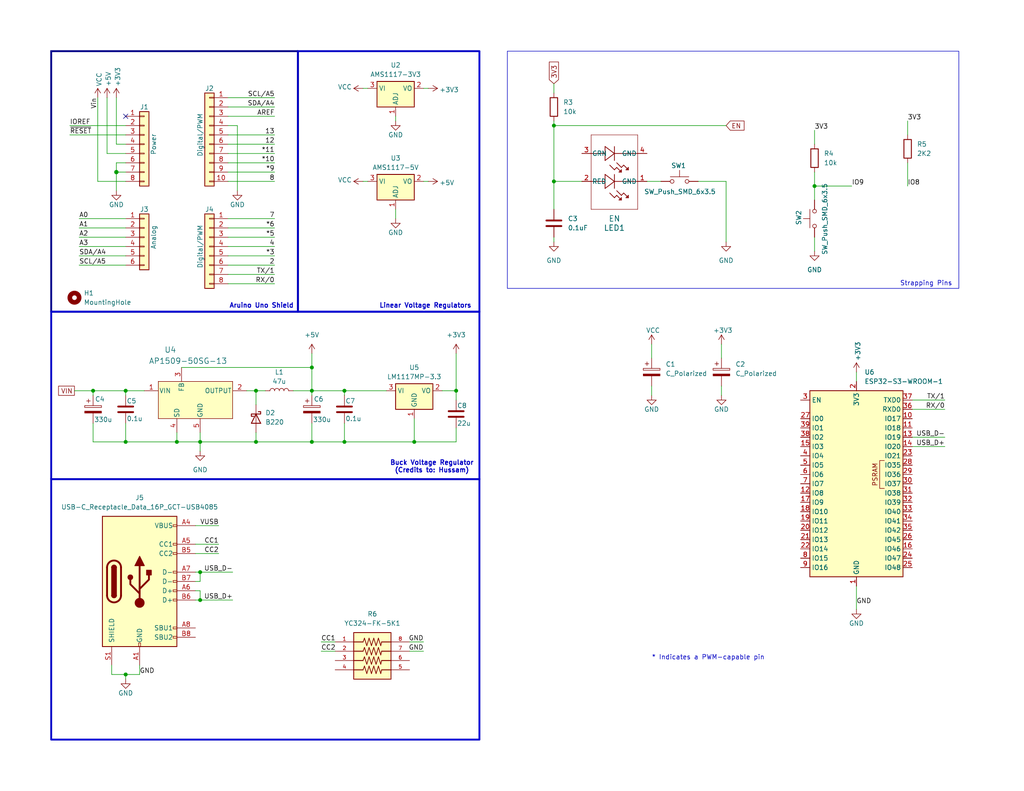
<source format=kicad_sch>
(kicad_sch (version 20231120) (generator "eeschema") (generator_version "8.0")
  (paper "USLetter")
  (title_block (title "ESP32-S2 Uno Board") (date "2024-10-06") (rev "1.0"))
  (lib_symbols
    (symbol "Alexander Symbol Library:USB-C_Receptacle_Data_16P_GCT-USB4085" (pin_names (offset 1.016))
      (property "Reference" "J" (at 0 22.225 0))
      (property "Value" "USB-C_Receptacle_Data_16P_GCT-USB4085" (at 0 19.685 0))
      (symbol "USB-C_Receptacle_Data_16P_GCT-USB4085_1_1"
        (pin power_in line (at 0 -22.86 90) (length 5.08) (name "GND") (number "A1"))
        (pin power_in line (at 0 -22.86 90) (length 5.08) hide (name "GND") (number "A12"))
        (pin power_out line (at 15.24 15.24 180) (length 5.08) (name "VBUS") (number "A4"))
        (pin bidirectional line (at 15.24 10.16 180) (length 5.08) (name "CC1") (number "A5"))
        (pin bidirectional line (at 15.24 -2.54 180) (length 5.08) (name "D+") (number "A6"))
        (pin bidirectional line (at 15.24 2.54 180) (length 5.08) (name "D-") (number "A7"))
        (pin bidirectional line (at 15.24 -12.7 180) (length 5.08) (name "SBU1") (number "A8"))
        (pin power_out line (at 15.24 15.24 180) (length 5.08) hide (name "VBUS") (number "A9"))
        (pin power_in line (at 0 -22.86 90) (length 5.08) hide (name "GND") (number "B1"))
        (pin power_in line (at 0 -22.86 90) (length 5.08) hide (name "GND") (number "B12"))
        (pin power_out line (at 15.24 15.24 180) (length 5.08) hide (name "VBUS") (number "B4"))
        (pin bidirectional line (at 15.24 7.62 180) (length 5.08) (name "CC2") (number "B5"))
        (pin bidirectional line (at 15.24 -5.08 180) (length 5.08) (name "D+") (number "B6"))
        (pin bidirectional line (at 15.24 0 180) (length 5.08) (name "D-") (number "B7"))
        (pin bidirectional line (at 15.24 -15.24 180) (length 5.08) (name "SBU2") (number "B8"))
        (pin passive line (at 15.24 15.24 180) (length 5.08) hide (name "VBUS") (number "B9"))
        (pin power_in line (at -7.62 -22.86 90) (length 5.08) (name "SHIELD") (number "S1"))
        (pin power_in line (at -7.62 -22.86 90) (length 5.08) hide (name "SHIELD") (number "S2"))
        (pin power_in line (at -7.62 -22.86 90) (length 5.08) hide (name "SHIELD") (number "S3"))
        (pin power_in line (at -7.62 -22.86 90) (length 5.08) hide (name "SHIELD") (number "S4"))
      )
    )
    (symbol "Alexander Symbols:AMS1117-3V3" (exclude_from_sim yes)
      (property "Reference" "U" (at 0 -0.254 0))
      (property "Value" "AMS1117-3V3" (at -0.508 1.778 0))
      (symbol "AMS1117-3V3_1_1"
        (pin power_out line (at 0 -11.43 90) (length 2.54) (name "ADJ") (number "1"))
        (pin power_out line (at 7.62 -3.81 180) (length 2.54) (name "VO") (number "2"))
        (pin power_in line (at -7.62 -3.81 0) (length 2.54) (name "VI") (number "3"))
      )
    )
    (symbol "Alexander Symbols:AMS1117-5V" (exclude_from_sim yes)
      (property "Reference" "U" (at 0 0 0))
      (property "Value" "AMS1117-5V" (at 0 2.032 0))
      (symbol "AMS1117-5V_1_1"
        (pin power_out line (at 0 -11.43 90) (length 2.54) (name "ADJ") (number "1"))
        (pin power_out line (at 7.62 -3.81 180) (length 2.54) (name "VO") (number "2"))
        (pin power_in line (at -7.62 -3.81 0) (length 2.54) (name "VI") (number "3"))
      )
    )
    (symbol "Alexander Symbols:ESP32-S3-WROOM-2-N32R8V" (pin_names (offset 1.016))
      (property "Reference" "U" (at -10.16 33.782 0))
      (property "Value" "ESP32-S3-WROOM-2-N32R8V" (at -10.16 -60.96 0))
      (symbol "ESP32-S3-WROOM-2-N32R8V_0_0"
        (pin power_in line (at 15.24 -30.48 180) (length 5.08) (name "GND") (number "1"))
        (pin bidirectional line (at 15.24 12.7 180) (length 5.08) (name "IO17") (number "10"))
        (pin bidirectional line (at 15.24 10.16 180) (length 5.08) (name "IO18") (number "11"))
        (pin bidirectional line (at -15.24 -5.08 0) (length 5.08) (name "IO8") (number "12"))
        (pin bidirectional line (at 15.24 7.62 180) (length 5.08) (name "IO19") (number "13"))
        (pin bidirectional line (at 15.24 5.08 180) (length 5.08) (name "IO20") (number "14"))
        (pin bidirectional line (at -15.24 7.62 0) (length 5.08) (name "IO3") (number "15"))
        (pin bidirectional line (at 15.24 -15.24 180) (length 5.08) (name "IO46") (number "16"))
        (pin bidirectional line (at -15.24 -7.62 0) (length 5.08) (name "IO9") (number "17"))
        (pin bidirectional line (at -15.24 -10.16 0) (length 5.08) (name "IO10") (number "18"))
        (pin bidirectional line (at -15.24 -12.7 0) (length 5.08) (name "IO11") (number "19"))
        (pin power_in line (at 15.24 30.48 180) (length 5.08) (name "3V3") (number "2"))
        (pin bidirectional line (at -15.24 -15.24 0) (length 5.08) (name "IO12") (number "20"))
        (pin bidirectional line (at -15.24 -17.78 0) (length 5.08) (name "IO13") (number "21"))
        (pin bidirectional line (at -15.24 -20.32 0) (length 5.08) (name "IO14") (number "22"))
        (pin bidirectional line (at 15.24 2.54 180) (length 5.08) (name "IO21") (number "23"))
        (pin bidirectional line (at 15.24 -17.78 180) (length 5.08) (name "IO47") (number "24"))
        (pin bidirectional line (at 15.24 -20.32 180) (length 5.08) (name "IO48") (number "25"))
        (pin bidirectional line (at 15.24 -12.7 180) (length 5.08) (name "IO45") (number "26"))
        (pin bidirectional line (at -15.24 15.24 0) (length 5.08) (name "IO0") (number "27"))
        (pin no_connect line (at -15.24 -27.94 0) (length 5.08) (name "NC") (number "28"))
        (pin no_connect line (at -15.24 -30.48 0) (length 5.08) (name "NC__1") (number "29"))
        (pin input line (at -15.24 27.94 0) (length 5.08) (name "EN") (number "3"))
        (pin no_connect line (at -15.24 -33.02 0) (length 5.08) (name "NC__2") (number "30"))
        (pin bidirectional line (at 15.24 0 180) (length 5.08) (name "IO38") (number "31"))
        (pin bidirectional line (at 15.24 -2.54 180) (length 5.08) (name "IO39") (number "32"))
        (pin bidirectional line (at 15.24 -5.08 180) (length 5.08) (name "IO40") (number "33"))
        (pin bidirectional line (at 15.24 -7.62 180) (length 5.08) (name "IO41") (number "34"))
        (pin bidirectional line (at 15.24 -10.16 180) (length 5.08) (name "IO42") (number "35"))
        (pin bidirectional line (at -15.24 22.86 0) (length 5.08) (name "RXD0") (number "36"))
        (pin bidirectional line (at -15.24 20.32 0) (length 5.08) (name "TXD0") (number "37"))
        (pin bidirectional line (at -15.24 10.16 0) (length 5.08) (name "IO2") (number "38"))
        (pin bidirectional line (at -15.24 12.7 0) (length 5.08) (name "IO1") (number "39"))
        (pin bidirectional line (at -15.24 5.08 0) (length 5.08) (name "IO4") (number "4"))
        (pin power_in line (at 15.24 -33.02 180) (length 5.08) (name "GND__1") (number "40"))
        (pin power_in line (at 15.24 -35.56 180) (length 5.08) (name "GND__2") (number "41_1"))
        (pin power_in line (at 15.24 -38.1 180) (length 5.08) (name "GND__3") (number "41_2"))
        (pin power_in line (at 15.24 -40.64 180) (length 5.08) (name "GND__4") (number "41_3"))
        (pin power_in line (at 15.24 -43.18 180) (length 5.08) (name "GND__5") (number "41_4"))
        (pin power_in line (at 15.24 -45.72 180) (length 5.08) (name "GND__6") (number "41_5"))
        (pin power_in line (at 15.24 -48.26 180) (length 5.08) (name "GND__7") (number "41_6"))
        (pin power_in line (at 15.24 -50.8 180) (length 5.08) (name "GND__8") (number "41_7"))
        (pin power_in line (at 15.24 -53.34 180) (length 5.08) (name "GND__9") (number "41_8"))
        (pin power_in line (at 15.24 -55.88 180) (length 5.08) (name "GND__10") (number "41_9"))
        (pin bidirectional line (at -15.24 2.54 0) (length 5.08) (name "IO5") (number "5"))
        (pin bidirectional line (at -15.24 0 0) (length 5.08) (name "IO6") (number "6"))
        (pin bidirectional line (at -15.24 -2.54 0) (length 5.08) (name "IO7") (number "7"))
        (pin bidirectional line (at -15.24 -22.86 0) (length 5.08) (name "IO15") (number "8"))
        (pin bidirectional line (at 15.24 15.24 180) (length 5.08) (name "IO16") (number "9"))
      )
    )
    (symbol "Alexander Symbols:YC324-FK-075K1L" (pin_names (offset 1.016))
      (property "Reference" "R" (at -5.08 8.128 0))
      (property "Value" "YC324-FK-075K1L" (at -5.08 -7.62 0))
      (symbol "YC324-FK-075K1L_0_0"
        (pin passive line (at -10.16 5.08 0) (length 5.08) (name "~") (number "1"))
        (pin passive line (at -10.16 2.54 0) (length 5.08) (name "~") (number "2"))
        (pin passive line (at -10.16 0 0) (length 5.08) (name "~") (number "3"))
        (pin passive line (at -10.16 -2.54 0) (length 5.08) (name "~") (number "4"))
        (pin passive line (at 10.16 -2.54 180) (length 5.08) (name "~") (number "5"))
        (pin passive line (at 10.16 0 180) (length 5.08) (name "~") (number "6"))
        (pin passive line (at 10.16 2.54 180) (length 5.08) (name "~") (number "7"))
        (pin passive line (at 10.16 5.08 180) (length 5.08) (name "~") (number "8"))
      )
    )
    (symbol "Alexander_Library_Symbols:LED-RED-GREEN-B1552USUG20D" (pin_names (offset 0.254))
      (property "Reference" "LED" (at 8.89 20.955 0))
      (property "Value" "LED-RED-GREEN-B1552USUG20D" (at 8.89 17.78 0))
      (symbol "LED-RED-GREEN-B1552USUG20D_0_1"
        (pin power_in line (at 17.78 0 180) (length 2.54) (name "GND") (number "1"))
        (pin power_out line (at 0 0 0) (length 2.54) (name "RED") (number "2"))
        (pin power_in line (at 0 -7.62 0) (length 2.54) (name "GRN") (number "3"))
        (pin power_out line (at 17.78 -7.62 180) (length 2.54) (name "GND") (number "4"))
      )
    )
    (symbol "Alexander_Library_Symbols:SW_Push_SMD_6x3.5" (pin_numbers hide) (pin_names (offset 1.016) hide)
      (property "Reference" "SW" (at 1.27 2.54 0))
      (property "Value" "SW_Push_SMD_6x3.5" (at 0 -1.524 0))
      (symbol "SW_Push_SMD_6x3.5_0_1"
        (pin passive line (at -5.08 0 0) (length 2.54) (name "1") (number "1"))
        (pin passive line (at 5.08 0 180) (length 2.54) (name "2") (number "2"))
      )
    )
    (symbol "Connector_Generic:Conn_01x06" (pin_names (offset 1.016) hide)
      (property "Reference" "J" (at 0 7.62 0))
      (property "Value" "Conn_01x06" (at 0 -10.16 0))
      (symbol "Conn_01x06_1_1"
        (pin passive line (at -5.08 5.08 0) (length 3.81) (name "Pin_1") (number "1"))
        (pin passive line (at -5.08 2.54 0) (length 3.81) (name "Pin_2") (number "2"))
        (pin passive line (at -5.08 0 0) (length 3.81) (name "Pin_3") (number "3"))
        (pin passive line (at -5.08 -2.54 0) (length 3.81) (name "Pin_4") (number "4"))
        (pin passive line (at -5.08 -5.08 0) (length 3.81) (name "Pin_5") (number "5"))
        (pin passive line (at -5.08 -7.62 0) (length 3.81) (name "Pin_6") (number "6"))
      )
    )
    (symbol "Connector_Generic:Conn_01x08" (pin_names (offset 1.016) hide)
      (property "Reference" "J" (at 0 10.16 0))
      (property "Value" "Conn_01x08" (at 0 -12.7 0))
      (symbol "Conn_01x08_1_1"
        (pin passive line (at -5.08 7.62 0) (length 3.81) (name "Pin_1") (number "1"))
        (pin passive line (at -5.08 5.08 0) (length 3.81) (name "Pin_2") (number "2"))
        (pin passive line (at -5.08 2.54 0) (length 3.81) (name "Pin_3") (number "3"))
        (pin passive line (at -5.08 0 0) (length 3.81) (name "Pin_4") (number "4"))
        (pin passive line (at -5.08 -2.54 0) (length 3.81) (name "Pin_5") (number "5"))
        (pin passive line (at -5.08 -5.08 0) (length 3.81) (name "Pin_6") (number "6"))
        (pin passive line (at -5.08 -7.62 0) (length 3.81) (name "Pin_7") (number "7"))
        (pin passive line (at -5.08 -10.16 0) (length 3.81) (name "Pin_8") (number "8"))
      )
    )
    (symbol "Connector_Generic:Conn_01x10" (pin_names (offset 1.016) hide)
      (property "Reference" "J" (at 0 12.7 0))
      (property "Value" "Conn_01x10" (at 0 -15.24 0))
      (symbol "Conn_01x10_1_1"
        (pin passive line (at -5.08 10.16 0) (length 3.81) (name "Pin_1") (number "1"))
        (pin passive line (at -5.08 -12.7 0) (length 3.81) (name "Pin_10") (number "10"))
        (pin passive line (at -5.08 7.62 0) (length 3.81) (name "Pin_2") (number "2"))
        (pin passive line (at -5.08 5.08 0) (length 3.81) (name "Pin_3") (number "3"))
        (pin passive line (at -5.08 2.54 0) (length 3.81) (name "Pin_4") (number "4"))
        (pin passive line (at -5.08 0 0) (length 3.81) (name "Pin_5") (number "5"))
        (pin passive line (at -5.08 -2.54 0) (length 3.81) (name "Pin_6") (number "6"))
        (pin passive line (at -5.08 -5.08 0) (length 3.81) (name "Pin_7") (number "7"))
        (pin passive line (at -5.08 -7.62 0) (length 3.81) (name "Pin_8") (number "8"))
        (pin passive line (at -5.08 -10.16 0) (length 3.81) (name "Pin_9") (number "9"))
      )
    )
    (symbol "Device:C" (pin_numbers hide) (pin_names (offset 0.254))
      (property "Reference" "C" (at 0.635 2.54 0))
      (property "Value" "C" (at 0.635 -2.54 0))
      (symbol "C_1_1"
        (pin passive line (at 0 3.81 270) (length 2.794) (name "~") (number "1"))
        (pin passive line (at 0 -3.81 90) (length 2.794) (name "~") (number "2"))
      )
    )
    (symbol "Device:C_Polarized" (pin_numbers hide) (pin_names (offset 0.254))
      (property "Reference" "C" (at 0.635 2.54 0))
      (property "Value" "C_Polarized" (at 0.635 -2.54 0))
      (symbol "C_Polarized_1_1"
        (pin passive line (at 0 3.81 270) (length 2.794) (name "~") (number "1"))
        (pin passive line (at 0 -3.81 90) (length 2.794) (name "~") (number "2"))
      )
    )
    (symbol "Device:L" (pin_numbers hide) (pin_names (offset 1.016) hide)
      (property "Reference" "L" (at -1.27 0 90))
      (property "Value" "L" (at 1.905 0 90))
      (symbol "L_1_1"
        (pin passive line (at 0 3.81 270) (length 1.27) (name "1") (number "1"))
        (pin passive line (at 0 -3.81 90) (length 1.27) (name "2") (number "2"))
      )
    )
    (symbol "Device:R" (pin_numbers hide) (pin_names (offset 0))
      (property "Reference" "R" (at 2.032 0 90))
      (property "Value" "R" (at 0 0 90))
      (symbol "R_1_1"
        (pin passive line (at 0 3.81 270) (length 1.27) (name "~") (number "1"))
        (pin passive line (at 0 -3.81 90) (length 1.27) (name "~") (number "2"))
      )
    )
    (symbol "Diode:B220" (pin_numbers hide) (pin_names (offset 1.016) hide)
      (property "Reference" "D" (at 0 2.54 0))
      (property "Value" "B220" (at 0 -2.54 0))
      (symbol "B220_1_1"
        (pin passive line (at -3.81 0 0) (length 2.54) (name "K") (number "1"))
        (pin passive line (at 3.81 0 180) (length 2.54) (name "A") (number "2"))
      )
    )
    (symbol "GND_1" (power) (pin_numbers hide) (pin_names (offset 0) hide)
      (property "Value" "GND" (at 0 -3.81 0))
      (symbol "GND_1_1_1"
        (pin power_in line (at 0 0 270) (length 0) (name "~") (number "1"))
      )
    )
    (symbol "Mechanical:MountingHole" (pin_names (offset 1.016))
      (property "Reference" "H" (at 0 5.08 0))
      (property "Value" "MountingHole" (at 0 3.175 0))
    )
    (symbol "RF_Module:ESP32-S2-WROVER-I"
      (property "Reference" "U" (at -12.7 29.21 0))
      (property "Value" "ESP32-S2-WROVER-I" (at 2.54 29.21 0))
      (symbol "ESP32-S2-WROVER-I_1_1"
        (pin power_in line (at 0 -27.94 90) (length 2.54) (name "GND") (number "1"))
        (pin bidirectional line (at -15.24 5.08 0) (length 2.54) (name "IO07") (number "10"))
        (pin bidirectional line (at -15.24 2.54 0) (length 2.54) (name "IO08") (number "11"))
        (pin bidirectional line (at -15.24 0 0) (length 2.54) (name "IO09") (number "12"))
        (pin bidirectional line (at -15.24 -2.54 0) (length 2.54) (name "IO10") (number "13"))
        (pin bidirectional line (at -15.24 -5.08 0) (length 2.54) (name "IO11") (number "14"))
        (pin bidirectional line (at -15.24 -7.62 0) (length 2.54) (name "IO12") (number "15"))
        (pin bidirectional line (at -15.24 -10.16 0) (length 2.54) (name "IO13") (number "16"))
        (pin bidirectional line (at -15.24 -12.7 0) (length 2.54) (name "IO14") (number "17"))
        (pin bidirectional line (at -15.24 -15.24 0) (length 2.54) (name "IO15") (number "18"))
        (pin bidirectional line (at -15.24 -17.78 0) (length 2.54) (name "IO16") (number "19"))
        (pin power_in line (at 0 30.48 270) (length 2.54) (name "3V3") (number "2"))
        (pin bidirectional line (at -15.24 -20.32 0) (length 2.54) (name "IO17") (number "20"))
        (pin bidirectional line (at -15.24 -22.86 0) (length 2.54) (name "IO18") (number "21"))
        (pin bidirectional line (at 15.24 -17.78 180) (length 2.54) (name "USB_D-") (number "22"))
        (pin bidirectional line (at 15.24 -15.24 180) (length 2.54) (name "USB_D+") (number "23"))
        (pin bidirectional line (at 15.24 -12.7 180) (length 2.54) (name "IO21") (number "24"))
        (pin bidirectional line (at 15.24 -10.16 180) (length 2.54) (name "IO26") (number "25"))
        (pin passive line (at 0 -27.94 90) (length 2.54) hide (name "GND") (number "26"))
        (pin bidirectional line (at 15.24 -7.62 180) (length 2.54) (name "IO33") (number "27"))
        (pin bidirectional line (at 15.24 -5.08 180) (length 2.54) (name "IO34") (number "28"))
        (pin bidirectional line (at 15.24 -2.54 180) (length 2.54) (name "IO35") (number "29"))
        (pin bidirectional line (at -15.24 22.86 0) (length 2.54) (name "IO00") (number "3"))
        (pin bidirectional line (at 15.24 0 180) (length 2.54) (name "IO36") (number "30"))
        (pin bidirectional line (at 15.24 2.54 180) (length 2.54) (name "IO37") (number "31"))
        (pin bidirectional line (at 15.24 5.08 180) (length 2.54) (name "IO38") (number "32"))
        (pin bidirectional line (at 15.24 7.62 180) (length 2.54) (name "IO39") (number "33"))
        (pin bidirectional line (at 15.24 10.16 180) (length 2.54) (name "IO40") (number "34"))
        (pin bidirectional line (at 15.24 12.7 180) (length 2.54) (name "IO41") (number "35"))
        (pin bidirectional line (at 15.24 15.24 180) (length 2.54) (name "IO42") (number "36"))
        (pin bidirectional line (at 15.24 17.78 180) (length 2.54) (name "TXD0") (number "37"))
        (pin bidirectional line (at 15.24 20.32 180) (length 2.54) (name "RXD0") (number "38"))
        (pin bidirectional line (at 15.24 22.86 180) (length 2.54) (name "IO45") (number "39"))
        (pin bidirectional line (at -15.24 20.32 0) (length 2.54) (name "IO01") (number "4"))
        (pin input line (at 15.24 25.4 180) (length 2.54) (name "IO46") (number "40"))
        (pin input line (at -15.24 25.4 0) (length 2.54) (name "EN") (number "41"))
        (pin passive line (at 0 -27.94 90) (length 2.54) hide (name "GND") (number "42"))
        (pin passive line (at 0 -27.94 90) (length 2.54) hide (name "GND") (number "43"))
        (pin bidirectional line (at -15.24 17.78 0) (length 2.54) (name "IO02") (number "5"))
        (pin bidirectional line (at -15.24 15.24 0) (length 2.54) (name "IO03") (number "6"))
        (pin bidirectional line (at -15.24 12.7 0) (length 2.54) (name "IO04") (number "7"))
        (pin bidirectional line (at -15.24 10.16 0) (length 2.54) (name "IO05") (number "8"))
        (pin bidirectional line (at -15.24 7.62 0) (length 2.54) (name "IO06") (number "9"))
      )
    )
    (symbol "RF_Module:ESP32-S3-WROOM-1"
      (property "Reference" "U" (at -12.7 26.67 0))
      (property "Value" "ESP32-S3-WROOM-1" (at 12.7 26.67 0))
      (symbol "ESP32-S3-WROOM-1_0_0"
        (text "PSRAM" (at 5.08 2.54 900) (effects (font (size 1.27 1.27))))
      )
      (symbol "ESP32-S3-WROOM-1_1_1"
        (pin power_in line (at 0 -27.94 90) (length 2.54) (name "GND") (number "1"))
        (pin bidirectional line (at 15.24 17.78 180) (length 2.54) (name "IO17") (number "10"))
        (pin bidirectional line (at 15.24 15.24 180) (length 2.54) (name "IO18") (number "11"))
        (pin bidirectional line (at -15.24 -2.54 0) (length 2.54) (name "IO8") (number "12"))
        (pin bidirectional line (at 15.24 12.7 180) (length 2.54) (name "IO19") (number "13"))
        (pin bidirectional line (at 15.24 10.16 180) (length 2.54) (name "IO20") (number "14"))
        (pin bidirectional line (at -15.24 10.16 0) (length 2.54) (name "IO3") (number "15"))
        (pin bidirectional line (at 15.24 -17.78 180) (length 2.54) (name "IO46") (number "16"))
        (pin bidirectional line (at -15.24 -5.08 0) (length 2.54) (name "IO9") (number "17"))
        (pin bidirectional line (at -15.24 -7.62 0) (length 2.54) (name "IO10") (number "18"))
        (pin bidirectional line (at -15.24 -10.16 0) (length 2.54) (name "IO11") (number "19"))
        (pin power_in line (at 0 27.94 270) (length 2.54) (name "3V3") (number "2"))
        (pin bidirectional line (at -15.24 -12.7 0) (length 2.54) (name "IO12") (number "20"))
        (pin bidirectional line (at -15.24 -15.24 0) (length 2.54) (name "IO13") (number "21"))
        (pin bidirectional line (at -15.24 -17.78 0) (length 2.54) (name "IO14") (number "22"))
        (pin bidirectional line (at 15.24 7.62 180) (length 2.54) (name "IO21") (number "23"))
        (pin bidirectional line (at 15.24 -20.32 180) (length 2.54) (name "IO47") (number "24"))
        (pin bidirectional line (at 15.24 -22.86 180) (length 2.54) (name "IO48") (number "25"))
        (pin bidirectional line (at 15.24 -15.24 180) (length 2.54) (name "IO45") (number "26"))
        (pin bidirectional line (at -15.24 17.78 0) (length 2.54) (name "IO0") (number "27"))
        (pin bidirectional line (at 15.24 5.08 180) (length 2.54) (name "IO35") (number "28"))
        (pin bidirectional line (at 15.24 2.54 180) (length 2.54) (name "IO36") (number "29"))
        (pin input line (at -15.24 22.86 0) (length 2.54) (name "EN") (number "3"))
        (pin bidirectional line (at 15.24 0 180) (length 2.54) (name "IO37") (number "30"))
        (pin bidirectional line (at 15.24 -2.54 180) (length 2.54) (name "IO38") (number "31"))
        (pin bidirectional line (at 15.24 -5.08 180) (length 2.54) (name "IO39") (number "32"))
        (pin bidirectional line (at 15.24 -7.62 180) (length 2.54) (name "IO40") (number "33"))
        (pin bidirectional line (at 15.24 -10.16 180) (length 2.54) (name "IO41") (number "34"))
        (pin bidirectional line (at 15.24 -12.7 180) (length 2.54) (name "IO42") (number "35"))
        (pin bidirectional line (at 15.24 20.32 180) (length 2.54) (name "RXD0") (number "36"))
        (pin bidirectional line (at 15.24 22.86 180) (length 2.54) (name "TXD0") (number "37"))
        (pin bidirectional line (at -15.24 12.7 0) (length 2.54) (name "IO2") (number "38"))
        (pin bidirectional line (at -15.24 15.24 0) (length 2.54) (name "IO1") (number "39"))
        (pin bidirectional line (at -15.24 7.62 0) (length 2.54) (name "IO4") (number "4"))
        (pin passive line (at 0 -27.94 90) (length 2.54) hide (name "GND") (number "40"))
        (pin passive line (at 0 -27.94 90) (length 2.54) hide (name "GND") (number "41"))
        (pin bidirectional line (at -15.24 5.08 0) (length 2.54) (name "IO5") (number "5"))
        (pin bidirectional line (at -15.24 2.54 0) (length 2.54) (name "IO6") (number "6"))
        (pin bidirectional line (at -15.24 0 0) (length 2.54) (name "IO7") (number "7"))
        (pin bidirectional line (at -15.24 -20.32 0) (length 2.54) (name "IO15") (number "8"))
        (pin bidirectional line (at -15.24 -22.86 0) (length 2.54) (name "IO16") (number "9"))
      )
    )
    (symbol "Regulator_Linear:LM1117MP-3.3"
      (property "Reference" "U" (at -3.81 3.175 0))
      (property "Value" "LM1117MP-3.3" (at 0 3.175 0))
      (symbol "LM1117MP-3.3_1_1"
        (pin power_in line (at 0 -7.62 90) (length 2.54) (name "GND") (number "1"))
        (pin power_out line (at 7.62 0 180) (length 2.54) (name "VO") (number "2"))
        (pin power_in line (at -7.62 0 0) (length 2.54) (name "VI") (number "3"))
      )
    )
    (symbol "digikey:AP1509-50SG-13" (pin_names (offset 0.254))
      (property "Reference" "U" (at 23.876 -12.954 0))
      (property "Value" "AP1509-50SG-13" (at 33.782 -10.16 0))
      (symbol "AP1509-50SG-13_1_1"
        (pin input line (at 3.81 0 0) (length 3.81) (name "VIN") (number "1"))
        (pin power_out line (at 31.75 0 180) (length 3.81) (name "OUTPUT") (number "2"))
        (pin input line (at 13.97 6.35 270) (length 3.81) (name "FB") (number "3"))
        (pin input line (at 12.7 -11.43 90) (length 3.81) (name "SD") (number "4"))
        (pin power_in line (at 19.05 -11.43 90) (length 3.81) (name "GND") (number "5"))
        (pin power_in line (at 19.05 -11.43 90) (length 3.81) hide (name "GND") (number "6"))
        (pin power_in line (at 19.05 -11.43 90) (length 3.81) hide (name "GND") (number "7"))
        (pin power_in line (at 19.05 -11.43 90) (length 3.81) hide (name "GND") (number "8"))
      )
    )
    (symbol "power:+3V3" (power) (pin_names (offset 0))
      (property "Value" "+3V3" (at 0 3.556 0))
      (symbol "+3V3_1_1"
        (pin power_in line (at 0 0 90) (length 0) hide (name "+3V3") (number "1"))
      )
    )
    (symbol "power:+5V" (power) (pin_names (offset 0))
      (property "Value" "+5V" (at 0 3.556 0))
      (symbol "+5V_1_1"
        (pin power_in line (at 0 0 90) (length 0) hide (name "+5V") (number "1"))
      )
    )
    (symbol "power:GND" (power) (pin_names (offset 0))
      (property "Value" "GND" (at 0 -3.81 0))
      (symbol "GND_1_1"
        (pin power_in line (at 0 0 270) (length 0) hide (name "GND") (number "1"))
      )
    )
    (symbol "power:VCC" (power) (pin_names (offset 0))
      (property "Value" "VCC" (at 0 3.81 0))
      (symbol "VCC_1_1"
        (pin power_in line (at 0 0 90) (length 0) hide (name "VCC") (number "1"))
      )
    )
  )
  (junction (at 48.26 120.65))
  (junction (at 54.61 120.65))
  (junction (at 113.03 120.65))
  (junction (at 34.29 106.68))
  (junction (at 31.75 46.99) (diameter 1.016))
  (junction (at 93.98 120.65))
  (junction (at 124.46 106.68))
  (junction (at 25.4 106.68))
  (junction (at 54.61 156.21))
  (junction (at 151.13 34.29))
  (junction (at 34.29 184.15))
  (junction (at 69.85 106.68))
  (junction (at 93.98 106.68))
  (junction (at 151.13 49.53))
  (junction (at 85.09 120.65))
  (junction (at 85.09 106.68))
  (junction (at 85.09 100.33))
  (junction (at 69.85 120.65))
  (junction (at 222.25 50.8))
  (junction (at 54.61 163.83))
  (junction (at 34.29 120.65))
  (no_connect (at 34.29 31.75))
  (wire (pts (xy 62.23 77.47) (xy 74.93 77.47)))
  (wire (pts (xy 62.23 44.45) (xy 74.93 44.45)))
  (wire (pts (xy 176.53 49.53) (xy 180.34 49.53)))
  (wire (pts (xy 34.29 184.15) (xy 38.1 184.15)))
  (wire (pts (xy 62.23 26.67) (xy 74.93 26.67)))
  (wire (pts (xy 222.25 35.56) (xy 222.25 39.37)))
  (wire (pts (xy 151.13 34.29) (xy 151.13 49.53)))
  (wire (pts (xy 111.76 175.26) (xy 115.57 175.26)))
  (wire (pts (xy 31.75 44.45) (xy 31.75 46.99)))
  (wire (pts (xy 196.85 105.41) (xy 196.85 107.95)))
  (wire (pts (xy 21.59 72.39) (xy 34.29 72.39)))
  (wire (pts (xy 151.13 49.53) (xy 151.13 57.15)))
  (wire (pts (xy 53.34 158.75) (xy 54.61 158.75)))
  (wire (pts (xy 151.13 66.04) (xy 151.13 64.77)))
  (wire (pts (xy 222.25 46.99) (xy 222.25 50.8)))
  (wire (pts (xy 248.92 119.38) (xy 257.81 119.38)))
  (wire (pts (xy 31.75 46.99) (xy 31.75 52.07)))
  (wire (pts (xy 30.48 184.15) (xy 34.29 184.15)))
  (wire (pts (xy 31.75 39.37) (xy 34.29 39.37)))
  (wire (pts (xy 85.09 115.57) (xy 85.09 120.65)))
  (wire (pts (xy 29.21 41.91) (xy 34.29 41.91)))
  (wire (pts (xy 29.21 26.67) (xy 29.21 41.91)))
  (wire (pts (xy 53.34 163.83) (xy 54.61 163.83)))
  (wire (pts (xy 25.4 115.57) (xy 25.4 120.65)))
  (wire (pts (xy 38.1 181.61) (xy 38.1 184.15)))
  (wire (pts (xy 25.4 120.65) (xy 34.29 120.65)))
  (wire (pts (xy 115.57 49.53) (xy 116.84 49.53)))
  (wire (pts (xy 85.09 96.52) (xy 85.09 100.33)))
  (wire (pts (xy 124.46 96.52) (xy 124.46 106.68)))
  (wire (pts (xy 62.23 36.83) (xy 74.93 36.83)))
  (wire (pts (xy 54.61 120.65) (xy 54.61 123.19)))
  (wire (pts (xy 93.98 115.57) (xy 93.98 120.65)))
  (wire (pts (xy 31.75 26.67) (xy 31.75 39.37)))
  (wire (pts (xy 62.23 59.69) (xy 74.93 59.69)))
  (wire (pts (xy 54.61 156.21) (xy 63.5 156.21)))
  (wire (pts (xy 222.25 50.8) (xy 232.41 50.8)))
  (wire (pts (xy 34.29 59.69) (xy 21.59 59.69)))
  (wire (pts (xy 62.23 39.37) (xy 74.93 39.37)))
  (wire (pts (xy 62.23 62.23) (xy 74.93 62.23)))
  (wire (pts (xy 190.5 49.53) (xy 198.12 49.53)))
  (wire (pts (xy 67.31 106.68) (xy 69.85 106.68)))
  (wire (pts (xy 107.95 57.15) (xy 107.95 59.69)))
  (wire (pts (xy 248.92 121.92) (xy 257.81 121.92)))
  (wire (pts (xy 53.34 161.29) (xy 54.61 161.29)))
  (wire (pts (xy 151.13 34.29) (xy 198.12 34.29)))
  (wire (pts (xy 247.65 44.45) (xy 247.65 50.8)))
  (wire (pts (xy 80.01 106.68) (xy 85.09 106.68)))
  (wire (pts (xy 62.23 46.99) (xy 74.93 46.99)))
  (wire (pts (xy 62.23 67.31) (xy 74.93 67.31)))
  (wire (pts (xy 48.26 118.11) (xy 48.26 120.65)))
  (wire (pts (xy 69.85 106.68) (xy 69.85 110.49)))
  (wire (pts (xy 34.29 106.68) (xy 39.37 106.68)))
  (wire (pts (xy 93.98 106.68) (xy 93.98 107.95)))
  (wire (pts (xy 53.34 156.21) (xy 54.61 156.21)))
  (wire (pts (xy 248.92 111.76) (xy 257.81 111.76)))
  (wire (pts (xy 19.05 34.29) (xy 34.29 34.29)))
  (wire (pts (xy 124.46 109.22) (xy 124.46 106.68)))
  (wire (pts (xy 222.25 64.77) (xy 222.25 68.58)))
  (wire (pts (xy 196.85 93.98) (xy 196.85 97.79)))
  (wire (pts (xy 85.09 106.68) (xy 85.09 107.95)))
  (wire (pts (xy 34.29 120.65) (xy 48.26 120.65)))
  (wire (pts (xy 85.09 106.68) (xy 93.98 106.68)))
  (wire (pts (xy 64.77 34.29) (xy 64.77 52.07)))
  (wire (pts (xy 124.46 120.65) (xy 124.46 116.84)))
  (wire (pts (xy 247.65 33.02) (xy 247.65 36.83)))
  (wire (pts (xy 177.8 105.41) (xy 177.8 107.95)))
  (wire (pts (xy 34.29 184.15) (xy 34.29 185.42)))
  (wire (pts (xy 62.23 31.75) (xy 74.93 31.75)))
  (wire (pts (xy 248.92 109.22) (xy 257.81 109.22)))
  (wire (pts (xy 198.12 49.53) (xy 198.12 66.04)))
  (wire (pts (xy 107.95 31.75) (xy 107.95 33.02)))
  (wire (pts (xy 233.68 101.6) (xy 233.68 104.14)))
  (wire (pts (xy 113.03 120.65) (xy 124.46 120.65)))
  (wire (pts (xy 34.29 64.77) (xy 21.59 64.77)))
  (wire (pts (xy 99.06 49.53) (xy 100.33 49.53)))
  (wire (pts (xy 19.05 36.83) (xy 34.29 36.83)))
  (wire (pts (xy 54.61 163.83) (xy 63.5 163.83)))
  (wire (pts (xy 53.34 143.51) (xy 59.69 143.51)))
  (wire (pts (xy 34.29 46.99) (xy 31.75 46.99)))
  (wire (pts (xy 34.29 115.57) (xy 34.29 120.65)))
  (wire (pts (xy 69.85 106.68) (xy 72.39 106.68)))
  (wire (pts (xy 113.03 114.3) (xy 113.03 120.65)))
  (wire (pts (xy 69.85 118.11) (xy 69.85 120.65)))
  (wire (pts (xy 34.29 49.53) (xy 26.67 49.53)))
  (wire (pts (xy 151.13 49.53) (xy 158.75 49.53)))
  (wire (pts (xy 21.59 62.23) (xy 34.29 62.23)))
  (wire (pts (xy 25.4 106.68) (xy 34.29 106.68)))
  (wire (pts (xy 48.26 120.65) (xy 54.61 120.65)))
  (wire (pts (xy 54.61 158.75) (xy 54.61 156.21)))
  (wire (pts (xy 87.63 175.26) (xy 91.44 175.26)))
  (wire (pts (xy 54.61 161.29) (xy 54.61 163.83)))
  (wire (pts (xy 120.65 106.68) (xy 124.46 106.68)))
  (wire (pts (xy 62.23 34.29) (xy 64.77 34.29)))
  (wire (pts (xy 177.8 93.98) (xy 177.8 97.79)))
  (wire (pts (xy 151.13 33.02) (xy 151.13 34.29)))
  (wire (pts (xy 69.85 120.65) (xy 85.09 120.65)))
  (wire (pts (xy 34.29 44.45) (xy 31.75 44.45)))
  (wire (pts (xy 93.98 120.65) (xy 113.03 120.65)))
  (wire (pts (xy 93.98 106.68) (xy 105.41 106.68)))
  (wire (pts (xy 115.57 24.13) (xy 116.84 24.13)))
  (wire (pts (xy 62.23 41.91) (xy 74.93 41.91)))
  (wire (pts (xy 25.4 106.68) (xy 25.4 107.95)))
  (wire (pts (xy 85.09 100.33) (xy 85.09 106.68)))
  (wire (pts (xy 99.06 24.13) (xy 100.33 24.13)))
  (wire (pts (xy 30.48 181.61) (xy 30.48 184.15)))
  (wire (pts (xy 62.23 64.77) (xy 74.93 64.77)))
  (wire (pts (xy 21.59 67.31) (xy 34.29 67.31)))
  (wire (pts (xy 53.34 148.59) (xy 59.69 148.59)))
  (wire (pts (xy 233.68 160.02) (xy 233.68 166.37)))
  (wire (pts (xy 54.61 120.65) (xy 69.85 120.65)))
  (wire (pts (xy 49.53 100.33) (xy 85.09 100.33)))
  (wire (pts (xy 85.09 120.65) (xy 93.98 120.65)))
  (wire (pts (xy 62.23 29.21) (xy 74.93 29.21)))
  (wire (pts (xy 62.23 72.39) (xy 74.93 72.39)))
  (wire (pts (xy 34.29 106.68) (xy 34.29 107.95)))
  (wire (pts (xy 87.63 177.8) (xy 91.44 177.8)))
  (wire (pts (xy 53.34 151.13) (xy 59.69 151.13)))
  (wire (pts (xy 62.23 69.85) (xy 74.93 69.85)))
  (wire (pts (xy 222.25 54.61) (xy 222.25 50.8)))
  (wire (pts (xy 151.13 22.86) (xy 151.13 25.4)))
  (wire (pts (xy 20.32 106.68) (xy 25.4 106.68)))
  (wire (pts (xy 62.23 74.93) (xy 74.93 74.93)))
  (wire (pts (xy 26.67 49.53) (xy 26.67 26.67)))
  (wire (pts (xy 34.29 69.85) (xy 21.59 69.85)))
  (wire (pts (xy 111.76 177.8) (xy 115.57 177.8)))
  (wire (pts (xy 62.23 49.53) (xy 74.93 49.53)))
  (wire (pts (xy 54.61 118.11) (xy 54.61 120.65)))
  (rectangle (start 13.97 130.81) (end 130.81 201.93) (stroke (width 0.508)))
  (rectangle (start 81.28 13.97) (end 130.81 85.09) (stroke (width 0.508)))
  (rectangle (start 13.97 85.09) (end 130.81 130.81) (stroke (width 0.508)))
  (rectangle (start 13.97 13.97) (end 81.28 85.09) (stroke (width 0.508) (color 0 0 132 1)))
  (rectangle (start 138.43 13.97) (end 261.62 78.74))
  (text "Linear Voltage Regulators" (at 116.078 83.566 0) (effects (font (size 1.27 1.27) (thickness 0.254) (bold yes))))
  (text "Aruino Uno Shield" (at 71.374 83.566 0) (effects (font (size 1.27 1.27) (thickness 0.254) (bold yes))))
  (text "Buck Voltage Regulator\n(Credits to: Hussam)" (at 117.856 127.508 0) (effects (font (size 1.27 1.27) (thickness 0.254) (bold yes))))
  (text "* Indicates a PWM-capable pin" (at 177.8 180.34 0) (effects (font (size 1.27 1.27)) (justify left bottom)))
  (text "Strapping Pins" (at 259.842 77.47 0) (effects (font (size 1.27 1.27)) (justify right)))
  (label "RX{slash}0" (at 74.93 77.47 180))
  (label "TX{slash}1" (at 257.81 109.22 180))
  (label "A2" (at 21.59 64.77 0))
  (label "RX{slash}0" (at 257.81 111.76 180))
  (label "4" (at 74.93 67.31 180))
  (label "GND" (at 115.57 175.26 180))
  (label "USB_D+" (at 257.81 121.92 180))
  (label "2" (at 74.93 72.39 180))
  (label "A3" (at 21.59 67.31 0))
  (label "13" (at 74.93 36.83 180))
  (label "IO8" (at 247.65 50.8 0))
  (label "USB_D-" (at 63.5 156.21 180))
  (label "12" (at 74.93 39.37 180))
  (label "~{RESET}" (at 19.05 36.83 0))
  (label "*10" (at 74.93 44.45 180))
  (label "GND" (at 115.57 177.8 180))
  (label "USB_D-" (at 257.81 119.38 180))
  (label "CC1" (at 59.69 148.59 180))
  (label "7" (at 74.93 59.69 180))
  (label "SDA{slash}A4" (at 74.93 29.21 180))
  (label "8" (at 74.93 49.53 180))
  (label "USB_D+" (at 63.5 163.83 180))
  (label "VUSB" (at 59.69 143.51 180))
  (label "IO9" (at 232.41 50.8 0))
  (label "*11" (at 74.93 41.91 180))
  (label "*3" (at 74.93 69.85 180))
  (label "3V3" (at 222.25 35.56 0))
  (label "A1" (at 21.59 62.23 0))
  (label "TX{slash}1" (at 74.93 74.93 180))
  (label "CC2" (at 87.63 177.8 0))
  (label "A0" (at 21.59 59.69 0))
  (label "AREF" (at 74.93 31.75 180))
  (label "3V3" (at 247.65 33.02 0))
  (label "Vin" (at 26.67 26.67 270))
  (label "GND" (at 38.1 184.15 0))
  (label "*6" (at 74.93 62.23 180))
  (label "SCL{slash}A5" (at 74.93 26.67 180))
  (label "*9" (at 74.93 46.99 180))
  (label "*5" (at 74.93 64.77 180))
  (label "IOREF" (at 19.05 34.29 0))
  (label "CC2" (at 59.69 151.13 180))
  (label "SDA{slash}A4" (at 21.59 69.85 0))
  (label "CC1" (at 87.63 175.26 0))
  (label "SCL{slash}A5" (at 21.59 72.39 0))
  (label "GND" (at 233.68 165.1 0))
  (global_label "VIN" (shape passive) (at 20.32 106.68 180) (property "Intersheetrefs" "${INTERSHEET_REFS}" (effects (hide yes))))
  (global_label "3V3" (shape input) (at 151.13 22.86 90) (property "Intersheetrefs" "${INTERSHEET_REFS}" (effects (hide yes))))
  (global_label "EN" (shape input) (at 198.12 34.29 0) (property "Intersheetrefs" "${INTERSHEET_REFS}" (effects (hide yes))))
  (symbol (lib_id "Connector_Generic:Conn_01x08") (at 39.37 39.37 0) (unit 1)
    (property "Reference" "J1" (at 39.37 29.21 0))
    (property "Value" "Power" (at 41.91 39.37 90))
    (property "Footprint" "Connector_PinSocket_2.54mm:PinSocket_1x08_P2.54mm_Vertical" (effects (hide yes)))
  )
  (symbol (lib_id "power:+3V3") (at 31.75 26.67 0) (unit 1)
    (property "Reference" "#PWR03" (effects (hide yes)))
    (property "Value" "+3V3" (at 32.131 23.622 90) (effects (justify left)))
  )
  (symbol (lib_id "power:+5V") (at 29.21 26.67 0) (unit 1)
    (property "Reference" "#PWR02" (effects (hide yes)))
    (property "Value" "+5V" (at 29.5656 23.622 90) (effects (justify left)))
  )
  (symbol (lib_id "power:GND") (at 31.75 52.07 0) (unit 1)
    (property "Reference" "#PWR04" (effects (hide yes)))
    (property "Value" "GND" (at 31.75 55.88 0))
  )
  (symbol (lib_id "Connector_Generic:Conn_01x10") (at 57.15 36.83 0) (mirror y) (unit 1)
    (property "Reference" "J2" (at 57.15 24.13 0))
    (property "Value" "Digital/PWM" (at 54.61 36.83 90))
    (property "Footprint" "Connector_PinSocket_2.54mm:PinSocket_1x10_P2.54mm_Vertical" (effects (hide yes)))
  )
  (symbol (lib_id "power:GND") (at 64.77 52.07 0) (unit 1)
    (property "Reference" "#PWR05" (effects (hide yes)))
    (property "Value" "GND" (at 64.77 55.88 0))
  )
  (symbol (lib_id "Connector_Generic:Conn_01x06") (at 39.37 64.77 0) (unit 1)
    (property "Reference" "J3" (at 39.37 57.15 0))
    (property "Value" "Analog" (at 41.91 64.77 90))
    (property "Footprint" "Connector_PinSocket_2.54mm:PinSocket_1x06_P2.54mm_Vertical" (effects (hide yes)))
  )
  (symbol (lib_id "Connector_Generic:Conn_01x08") (at 57.15 67.31 0) (mirror y) (unit 1)
    (property "Reference" "J4" (at 57.15 57.15 0))
    (property "Value" "Digital/PWM" (at 54.61 67.31 90))
    (property "Footprint" "Connector_PinSocket_2.54mm:PinSocket_1x08_P2.54mm_Vertical" (effects (hide yes)))
  )
  (symbol (lib_id "power:VCC") (at 99.06 24.13 90) (unit 1)
    (property "Reference" "#PWR08" (effects (hide yes)))
    (property "Value" "VCC" (at 96.012 23.749 90) (effects (justify left)))
  )
  (symbol (lib_id "Device:C_Polarized") (at 196.85 101.6 0) (unit 1)
    (property "Reference" "C2" (at 200.66 99.4409 0) (effects (justify left)))
    (property "Value" "C_Polarized" (at 200.66 101.9809 0) (effects (justify left)))
    (property "Description" "Polarized capacitor" (effects (hide yes)))
  )
  (symbol (lib_id "power:+5V") (at 116.84 49.53 270) (unit 1)
    (property "Reference" "#PWR016" (effects (hide yes)))
    (property "Value" "+5V" (at 119.888 49.8856 90) (effects (justify left)))
  )
  (symbol (lib_id "Alexander_Library_Symbols:SW_Push_SMD_6x3.5") (at 185.42 49.53 0) (unit 1)
    (property "Reference" "SW1" (at 187.198 45.212 0) (effects (justify right)))
    (property "Value" "SW_Push_SMD_6x3.5" (at 195.326 52.324 0) (effects (justify right)))
    (property "Footprint" "Alexander Footprint Library:SW_PUSH_6x3.5mm" (effects (hide yes)))
  )
  (symbol (lib_id "power:GND") (at 196.85 107.95 0) (unit 1)
    (property "Reference" "#PWR012" (effects (hide yes)))
    (property "Value" "GND" (at 196.85 111.76 0))
  )
  (symbol (lib_id "Diode:B220") (at 69.85 114.3 270) (unit 1)
    (property "Reference" "D2" (at 72.39 112.7124 90) (effects (justify left)))
    (property "Value" "B220" (at 72.39 115.2524 90) (effects (justify left)))
    (property "Footprint" "Diode_SMD:D_SMB" (effects (hide yes)))
    (property "Datasheet" "http://www.jameco.com/Jameco/Products/ProdDS/1538777.pdf" (effects (hide yes)))
    (property "Description" "20V 2A Schottky Barrier Rectifier Diode, SMB" (effects (hide yes)))
  )
  (symbol (lib_id "power:+3V3") (at 116.84 24.13 270) (unit 1)
    (property "Reference" "#PWR010" (effects (hide yes)))
    (property "Value" "+3V3" (at 119.888 24.511 90) (effects (justify left)))
  )
  (symbol (lib_id "Device:R") (at 247.65 40.64 0) (unit 1)
    (property "Reference" "R5" (at 250.19 39.3699 0) (effects (justify left)))
    (property "Value" "2K2" (at 250.19 41.9099 0) (effects (justify left)))
    (property "Footprint" "Resistor_SMD:R_1206_3216Metric_Pad1.30x1.75mm_HandSolder" (effects (hide yes)))
    (property "Description" "Resistor" (effects (hide yes)))
  )
  (symbol (lib_id "Device:C") (at 124.46 113.03 180) (unit 1)
    (property "Reference" "C8" (at 124.714 110.744 0) (effects (justify right)))
    (property "Value" "22u" (at 124.714 115.57 0) (effects (justify right)))
    (property "Footprint" "Capacitor_SMD:C_1206_3216Metric_Pad1.33x1.80mm_HandSolder" (effects (hide yes)))
    (property "Description" "Unpolarized capacitor" (effects (hide yes)))
  )
  (symbol (lib_id "digikey:AP1509-50SG-13") (at 35.56 106.68 0) (unit 1)
    (property "Reference" "U4" (at 46.482 95.504 0) (effects (font (size 1.524 1.524))))
    (property "Value" "AP1509-50SG-13" (at 51.308 98.552 0) (effects (font (size 1.524 1.524))))
    (property "Footprint" "Package_SO:SOP-8_3.9x4.9mm_P1.27mm" (effects (hide yes)))
    (property "Datasheet" "AP1509-50SG-13" (effects (hide yes)))
  )
  (symbol (lib_id "Device:L") (at 76.2 106.68 90) (unit 1)
    (property "Reference" "L1" (at 76.2 101.6 90))
    (property "Value" "47u" (at 76.2 104.14 90))
    (property "Footprint" "Inductor_SMD:L_Bourns-SRN1060" (effects (hide yes)))
    (property "Description" "Inductor" (effects (hide yes)))
  )
  (symbol (lib_id "Mechanical:MountingHole") (at 20.32 81.28 0) (unit 1)
    (property "Reference" "H1" (at 22.86 80.0099 0) (effects (justify left)))
    (property "Value" "MountingHole" (at 22.86 82.5499 0) (effects (justify left)))
    (property "Footprint" "Alexander Library:Arduino Uno" (effects (hide yes)))
    (property "Description" "Mounting Hole without connection" (effects (hide yes)))
  )
  (symbol (lib_id "Alexander Symbols:ESP32-S3-WROOM-2-N32R8V") (at 306.07 104.14 0) (unit 1)
    (property "Reference" "U7" (at 306.07 66.04 0))
    (property "Value" "ESP32-S3-WROOM-2-N32R8V" (at 306.07 68.58 0))
    (property "PARTREV" "1.0" (effects (hide yes)))
    (property "STANDARD" "Manufacturer Recommendations" (effects (hide yes)))
    (property "SNAPEDA_PN" "ESP32-S3-WROOM-2-N32R8V" (effects (hide yes)))
    (property "MAXIMUM_PACKAGE_HEIGHT" "3.25mm" (effects (hide yes)))
    (property "MANUFACTURER" "Espressif" (effects (hide yes)))
  )
  (symbol (lib_id "power:VCC") (at 26.67 26.67 0) (unit 1)
    (property "Reference" "#PWR01" (effects (hide yes)))
    (property "Value" "VCC" (at 27.051 23.622 90) (effects (justify left)))
  )
  (symbol (lib_id "power:+5V") (at 85.09 96.52 0) (unit 1)
    (property "Reference" "#PWR025" (effects (hide yes)))
    (property "Value" "+5V" (at 85.09 91.44 0))
    (property "Description" "Power symbol creates a global label with name \"+5V\"" (effects (hide yes)))
  )
  (symbol (lib_name "GND_1") (lib_id "power:GND") (at 54.61 123.19 0) (unit 1)
    (property "Reference" "#PWR024" (effects (hide yes)))
    (property "Value" "GND" (at 54.61 128.27 0))
    (property "Description" "Power symbol creates a global label with name \"GND\" , ground" (effects (hide yes)))
  )
  (symbol (lib_id "Device:C_Polarized") (at 85.09 111.76 0) (unit 1)
    (property "Reference" "C6" (at 85.598 108.966 0) (effects (justify left)))
    (property "Value" "330u" (at 85.344 114.554 0) (effects (justify left)))
    (property "Footprint" "Capacitor_SMD:CP_Elec_8x10.5" (effects (hide yes)))
    (property "Description" "Polarized capacitor" (effects (hide yes)))
  )
  (symbol (lib_id "Alexander Symbol Library:USB-C_Receptacle_Data_16P_GCT-USB4085") (at 38.1 158.75 0) (unit 1)
    (property "Reference" "J5" (at 38.1 135.89 0))
    (property "Value" "USB-C_Receptacle_Data_16P_GCT-USB4085" (at 38.1 138.43 0))
    (property "Footprint" "Alexander Library:USB-C_GCT CONN16_USB4085-GF-A" (effects (hide yes)))
  )
  (symbol (lib_id "power:GND") (at 34.29 185.42 0) (unit 1)
    (property "Reference" "#PWR018" (effects (hide yes)))
    (property "Value" "GND" (at 34.29 189.23 0))
  )
  (symbol (lib_id "Device:C_Polarized") (at 25.4 111.76 0) (unit 1)
    (property "Reference" "C4" (at 25.908 108.966 0) (effects (justify left)))
    (property "Value" "330u" (at 25.654 114.554 0) (effects (justify left)))
    (property "Footprint" "Capacitor_SMD:CP_Elec_8x10.5" (effects (hide yes)))
    (property "Description" "Polarized capacitor" (effects (hide yes)))
  )
  (symbol (lib_id "Device:C_Polarized") (at 177.8 101.6 0) (unit 1)
    (property "Reference" "C1" (at 181.61 99.4409 0) (effects (justify left)))
    (property "Value" "C_Polarized" (at 181.61 101.9809 0) (effects (justify left)))
    (property "Description" "Polarized capacitor" (effects (hide yes)))
  )
  (symbol (lib_id "power:+3V3") (at 233.68 101.6 0) (unit 1)
    (property "Reference" "#PWR06" (effects (hide yes)))
    (property "Value" "+3V3" (at 234.061 98.552 90) (effects (justify left)))
  )
  (symbol (lib_id "power:+3V3") (at 124.46 96.52 0) (unit 1)
    (property "Reference" "#PWR026" (effects (hide yes)))
    (property "Value" "+3V3" (at 124.46 91.44 0))
    (property "Description" "Power symbol creates a global label with name \"+3V3\"" (effects (hide yes)))
  )
  (symbol (lib_id "Device:R") (at 222.25 43.18 0) (unit 1)
    (property "Reference" "R4" (at 224.79 41.9099 0) (effects (justify left)))
    (property "Value" "10k" (at 224.79 44.4499 0) (effects (justify left)))
    (property "Footprint" "Resistor_SMD:R_1206_3216Metric_Pad1.30x1.75mm_HandSolder" (effects (hide yes)))
    (property "Description" "Resistor" (effects (hide yes)))
  )
  (symbol (lib_id "power:+3V3") (at 196.85 93.98 0) (unit 1)
    (property "Reference" "#PWR014" (effects (hide yes)))
    (property "Value" "+3V3" (at 197.231 90.932 0) (effects (justify bottom)))
  )
  (symbol (lib_id "Alexander Symbols:AMS1117-3V3") (at 107.95 20.32 0) (unit 1) (exclude_from_sim yes)
    (property "Reference" "U2" (at 107.95 17.78 0))
    (property "Value" "AMS1117-3V3" (at 107.95 20.32 0))
    (property "Footprint" "Alexander Library:AMS1117 SOT-223" (effects (hide yes)))
    (property "Description" "AMS1117" (effects (hide yes)))
  )
  (symbol (lib_id "power:VCC") (at 177.8 93.98 0) (unit 1)
    (property "Reference" "#PWR013" (effects (hide yes)))
    (property "Value" "VCC" (at 178.181 90.932 0) (effects (justify bottom)))
  )
  (symbol (lib_id "Regulator_Linear:LM1117MP-3.3") (at 113.03 106.68 0) (unit 1)
    (property "Reference" "U5" (at 113.03 100.33 0))
    (property "Value" "LM1117MP-3.3" (at 113.03 102.87 0))
    (property "Footprint" "Package_TO_SOT_SMD:SOT-223-3_TabPin2" (effects (hide yes)))
    (property "Datasheet" "http://www.ti.com/lit/ds/symlink/lm1117.pdf" (effects (hide yes)))
    (property "Description" "800mA Low-Dropout Linear Regulator, 3.3V fixed output, SOT-223" (effects (hide yes)))
  )
  (symbol (lib_id "power:GND") (at 107.95 33.02 0) (unit 1)
    (property "Reference" "#PWR09" (effects (hide yes)))
    (property "Value" "GND" (at 107.95 36.83 0))
  )
  (symbol (lib_id "power:GND") (at 107.95 59.69 0) (unit 1)
    (property "Reference" "#PWR017" (effects (hide yes)))
    (property "Value" "GND" (at 107.95 63.5 0))
  )
  (symbol (lib_id "RF_Module:ESP32-S3-WROOM-1") (at 233.68 132.08 0) (unit 1)
    (property "Reference" "U6" (at 235.8741 101.6 0) (effects (justify left)))
    (property "Value" "ESP32-S3-WROOM-1" (at 235.8741 104.14 0) (effects (justify left)))
    (property "Footprint" "Alexander Library:XCVR_ESP32-S3-WROOM-2-N32R8V" (effects (hide yes)))
    (property "Datasheet" "https://www.espressif.com/sites/default/files/documentation/esp32-s3-wroom-1_wroom-1u_datasheet_en.pdf" (effects (hide yes)))
    (property "Description" "RF Module, ESP32-S3 SoC, Wi-Fi 802.11b/g/n, Bluetooth, BLE, 32-bit, 3.3V, onboard antenna, SMD" (effects (hide yes)))
  )
  (symbol (lib_id "Alexander Symbols:AMS1117-5V") (at 107.95 45.72 0) (unit 1) (exclude_from_sim yes)
    (property "Reference" "U3" (at 107.95 43.18 0))
    (property "Value" "AMS1117-5V" (at 107.95 45.72 0))
    (property "Footprint" "Alexander Library:AMS1117 SOT-223" (effects (hide yes)))
    (property "Description" "AMS1117" (effects (hide yes)))
  )
  (symbol (lib_id "Device:C") (at 151.13 60.96 0) (unit 1) (on_board no)
    (property "Reference" "C3" (at 154.94 59.6899 0) (effects (justify left)))
    (property "Value" "0.1uF" (at 154.94 62.2299 0) (effects (justify left)))
    (property "Footprint" "Resistor_SMD:R_0612_1632Metric_Pad1.18x3.40mm_HandSolder" (effects (hide yes)))
    (property "Description" "Unpolarized capacitor" (effects (hide yes)))
  )
  (symbol (lib_id "power:VCC") (at 99.06 49.53 90) (unit 1)
    (property "Reference" "#PWR015" (effects (hide yes)))
    (property "Value" "VCC" (at 96.012 49.149 90) (effects (justify left)))
  )
  (symbol (lib_id "power:GND") (at 151.13 66.04 0) (unit 1)
    (property "Reference" "#PWR021" (effects (hide yes)))
    (property "Value" "GND" (at 151.13 71.12 0))
    (property "Description" "Power symbol creates a global label with name \"GND\" , ground" (effects (hide yes)))
  )
  (symbol (lib_id "power:GND") (at 198.12 66.04 0) (unit 1)
    (property "Reference" "#PWR022" (effects (hide yes)))
    (property "Value" "GND" (at 198.12 71.12 0))
    (property "Description" "Power symbol creates a global label with name \"GND\" , ground" (effects (hide yes)))
  )
  (symbol (lib_id "Device:C") (at 93.98 111.76 180) (unit 1)
    (property "Reference" "C7" (at 94.234 109.474 0) (effects (justify right)))
    (property "Value" "0.1u" (at 94.234 114.3 0) (effects (justify right)))
    (property "Footprint" "Capacitor_SMD:C_1206_3216Metric_Pad1.33x1.80mm_HandSolder" (effects (hide yes)))
    (property "Description" "Unpolarized capacitor" (effects (hide yes)))
  )
  (symbol (lib_id "Alexander Symbols:YC324-FK-075K1L") (at 101.6 180.34 0) (unit 1)
    (property "Reference" "R6" (at 101.6 167.64 0))
    (property "Value" "YC324-FK-5K1" (at 101.6 170.18 0))
    (property "Footprint" "Alexander Library:R-ARRAY_RESCAXS127P508X320X70-8N" (effects (hide yes)))
    (property "MAXIMUM_PACKAGE_HEIGHT" "0.7 mm" (effects (hide yes)))
    (property "PARTREV" "V.9" (effects (hide yes)))
    (property "MANUFACTURER" "Yageo" (effects (hide yes)))
    (property "SNAPEDA_PACKAGE_ID" "22941" (effects (hide yes)))
    (property "STANDARD" "IPC 7351B" (effects (hide yes)))
  )
  (symbol (lib_id "power:GND") (at 177.8 107.95 0) (unit 1)
    (property "Reference" "#PWR011" (effects (hide yes)))
    (property "Value" "GND" (at 177.8 111.76 0))
  )
  (symbol (lib_id "Alexander_Library_Symbols:LED-RED-GREEN-B1552USUG20D") (at 158.75 49.53 0) (mirror x) (unit 1)
    (property "Reference" "LED1" (at 167.64 62.23 0) (effects (font (size 1.524 1.524))))
    (property "Value" "EN" (at 167.64 59.69 0) (effects (font (size 1.524 1.524))))
    (property "Footprint" "Alexander Footprint Library:LED_B1552_HVK-M" (effects (hide yes)))
    (property "Datasheet" "B1552USUG20D000113U1930" (effects (hide yes)))
  )
  (symbol (lib_id "Device:C") (at 34.29 111.76 180) (unit 1)
    (property "Reference" "C5" (at 34.544 109.474 0) (effects (justify right)))
    (property "Value" "0.1u" (at 34.544 114.3 0) (effects (justify right)))
    (property "Footprint" "Capacitor_SMD:C_1206_3216Metric_Pad1.33x1.80mm_HandSolder" (effects (hide yes)))
    (property "Description" "Unpolarized capacitor" (effects (hide yes)))
  )
  (symbol (lib_id "Alexander_Library_Symbols:SW_Push_SMD_6x3.5") (at 222.25 59.69 90) (mirror x) (unit 1)
    (property "Reference" "SW2" (at 217.932 61.468 0) (effects (justify right)))
    (property "Value" "SW_Push_SMD_6x3.5" (at 225.044 69.596 0) (effects (justify right)))
    (property "Footprint" "Alexander Footprint Library:SW_PUSH_6x3.5mm" (effects (hide yes)))
  )
  (symbol (lib_id "power:GND") (at 222.25 68.58 0) (unit 1)
    (property "Reference" "#PWR023" (effects (hide yes)))
    (property "Value" "GND" (at 222.25 73.66 0))
    (property "Description" "Power symbol creates a global label with name \"GND\" , ground" (effects (hide yes)))
  )
  (symbol (lib_id "power:GND") (at 233.68 166.37 0) (unit 1)
    (property "Reference" "#PWR07" (effects (hide yes)))
    (property "Value" "GND" (at 233.68 170.18 0))
  )
  (symbol (lib_id "RF_Module:ESP32-S2-WROVER-I") (at 350.52 101.6 0) (unit 1)
    (property "Reference" "U1" (at 352.7141 68.58 0) (effects (justify left)))
    (property "Value" "ESP32-S2-WROVER-I" (at 352.7141 71.12 0) (effects (justify left)))
    (property "Datasheet" "https://www.espressif.com/sites/default/files/documentation/esp32-s2-wroom_esp32-s2-wroom-i_datasheet_en.pdf" (effects (hide yes)))
    (property "Description" "RF Module, ESP32-D0WDQ6 SoC, Wi-Fi 802.11b/g/n, 32-bit, 2.7-3.6V, onboard antenna, SMD" (effects (hide yes)))
  )
  (symbol (lib_id "Device:R") (at 151.13 29.21 0) (unit 1)
    (property "Reference" "R3" (at 153.67 27.9399 0) (effects (justify left)))
    (property "Value" "10k" (at 153.67 30.4799 0) (effects (justify left)))
    (property "Footprint" "Resistor_SMD:R_1206_3216Metric_Pad1.30x1.75mm_HandSolder" (effects (hide yes)))
    (property "Description" "Resistor" (effects (hide yes)))
  )
)
</source>
